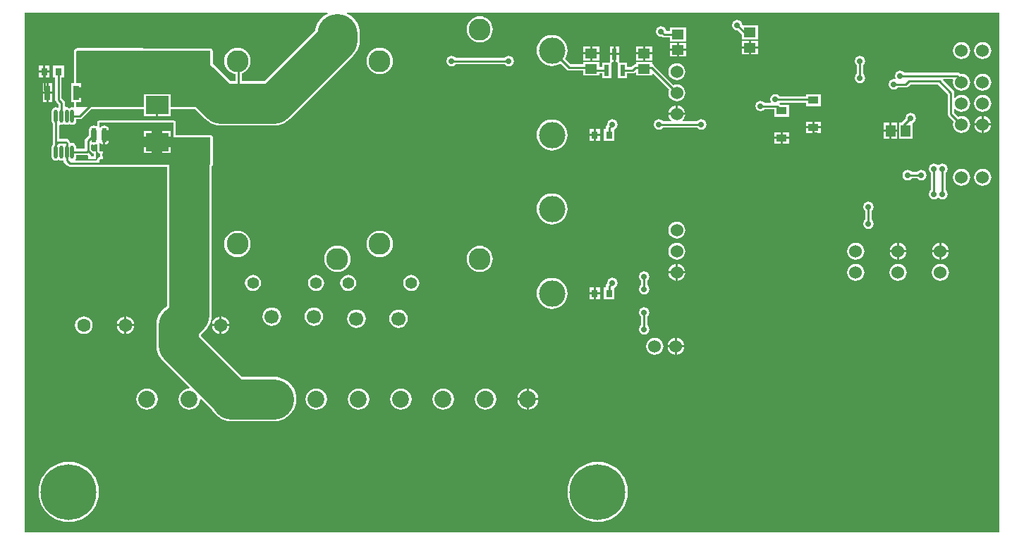
<source format=gbl>
G04 Layer_Physical_Order=2*
G04 Layer_Color=16711680*
%FSLAX24Y24*%
%MOIN*%
G70*
G01*
G75*
%ADD10R,0.0157X0.0157*%
%ADD12O,0.0236X0.0709*%
%ADD14R,0.0315X0.0374*%
%ADD19O,0.0177X0.0630*%
%ADD20R,0.1080X0.0850*%
%ADD21R,0.0256X0.0689*%
%ADD22C,0.0100*%
%ADD24C,0.1900*%
%ADD25C,0.1037*%
%ADD26C,0.0551*%
%ADD27C,0.0600*%
%ADD28C,0.0669*%
%ADD29C,0.0799*%
%ADD30C,0.1250*%
%ADD31C,0.0630*%
%ADD32C,0.0290*%
%ADD33C,0.2640*%
%ADD34R,0.0551X0.0453*%
%ADD35R,0.0236X0.0532*%
%ADD36R,0.0480X0.0358*%
%ADD37R,0.0453X0.0551*%
G36*
X7250Y18900D02*
X9000D01*
Y17600D01*
X3750D01*
Y17829D01*
X3774Y17869D01*
X3800Y17869D01*
X3953D01*
Y18227D01*
X3800D01*
X3774Y18227D01*
X3750Y18267D01*
Y18610D01*
X3800Y18625D01*
X3820Y18595D01*
X3892Y18547D01*
X3977Y18530D01*
X4063Y18547D01*
X4135Y18595D01*
X4183Y18667D01*
X4197Y18738D01*
X3977D01*
Y19238D01*
X4197D01*
X4183Y19310D01*
X4135Y19382D01*
X4063Y19430D01*
X3977Y19447D01*
X3892Y19430D01*
X3820Y19382D01*
X3800Y19351D01*
X3750Y19367D01*
Y19600D01*
X7250D01*
Y18900D01*
D02*
G37*
G36*
X9000Y22998D02*
X9000Y20318D01*
X7117Y20318D01*
Y20931D01*
X5838D01*
Y20318D01*
X2663Y20318D01*
Y20556D01*
X2885D01*
Y20750D01*
X2657D01*
Y21250D01*
X2885D01*
Y21444D01*
X2663D01*
X2663Y22969D01*
X2698Y23004D01*
X9000Y22998D01*
D02*
G37*
G36*
X46296Y204D02*
X204D01*
Y24796D01*
X14533D01*
X14543Y24747D01*
X14522Y24738D01*
X14381Y24652D01*
X14255Y24545D01*
X14148Y24419D01*
X14062Y24278D01*
X13998Y24125D01*
X13960Y23965D01*
X13958Y23948D01*
X11564Y21553D01*
X10486D01*
Y21921D01*
X10513Y21930D01*
X10621Y21987D01*
X10715Y22064D01*
X10793Y22159D01*
X10850Y22266D01*
X10885Y22383D01*
X10897Y22504D01*
X10885Y22625D01*
X10850Y22742D01*
X10793Y22849D01*
X10715Y22944D01*
X10621Y23021D01*
X10513Y23078D01*
X10397Y23114D01*
X10276Y23126D01*
X10154Y23114D01*
X10038Y23078D01*
X9930Y23021D01*
X9836Y22944D01*
X9759Y22849D01*
X9701Y22742D01*
X9666Y22625D01*
X9654Y22504D01*
X9666Y22383D01*
X9701Y22266D01*
X9759Y22159D01*
X9836Y22064D01*
X9930Y21987D01*
X10038Y21930D01*
X10154Y21894D01*
X10180Y21892D01*
Y21553D01*
X9936D01*
X9245Y22245D01*
X9119Y22352D01*
X9102Y22363D01*
Y22998D01*
X9098Y23017D01*
X9094Y23037D01*
X9094Y23037D01*
X9094Y23037D01*
X9083Y23054D01*
X9072Y23070D01*
X9072Y23070D01*
X9072Y23070D01*
X9056Y23081D01*
X9039Y23092D01*
X9039Y23092D01*
X9039Y23092D01*
X9020Y23096D01*
X9000Y23100D01*
X2698Y23106D01*
X2698Y23106D01*
X2698Y23106D01*
X2678Y23102D01*
X2659Y23099D01*
X2659Y23099D01*
X2659Y23099D01*
X2642Y23087D01*
X2626Y23077D01*
X2626Y23077D01*
X2626Y23077D01*
X2591Y23041D01*
X2591Y23041D01*
X2590Y23041D01*
X2579Y23025D01*
X2568Y23008D01*
X2568Y23008D01*
X2568Y23008D01*
X2564Y22989D01*
X2561Y22969D01*
X2561Y22969D01*
X2561Y22969D01*
X2561Y21444D01*
X2429D01*
Y20556D01*
X2561D01*
Y20340D01*
X2556Y20333D01*
X2522Y20306D01*
X2513Y20303D01*
X2461Y20313D01*
X2388Y20299D01*
X2333Y20262D01*
X2279Y20299D01*
X2205Y20313D01*
X2170Y20306D01*
X2120Y20346D01*
Y20511D01*
X2108Y20569D01*
X2075Y20619D01*
X1965Y20729D01*
Y21713D01*
X2070D01*
Y22287D01*
X1555D01*
Y21713D01*
X1659D01*
Y20665D01*
X1671Y20607D01*
X1704Y20557D01*
X1814Y20447D01*
Y20320D01*
X1775Y20299D01*
X1764Y20299D01*
X1694Y20313D01*
X1620Y20299D01*
X1558Y20257D01*
X1516Y20194D01*
X1501Y20121D01*
Y19668D01*
X1516Y19595D01*
X1541Y19558D01*
Y18539D01*
X1516Y18502D01*
X1501Y18428D01*
Y17975D01*
X1516Y17902D01*
X1558Y17839D01*
X1620Y17798D01*
X1694Y17783D01*
X1767Y17798D01*
X1822Y17834D01*
X1876Y17798D01*
X1950Y17783D01*
X2002Y17793D01*
X2035Y17784D01*
X2056Y17760D01*
X2064Y17721D01*
X2097Y17671D01*
X2228Y17540D01*
X2278Y17507D01*
X2337Y17495D01*
X3777D01*
X3792Y17498D01*
X6947D01*
Y10921D01*
X6863Y10837D01*
X6755Y10745D01*
X6648Y10619D01*
X6562Y10478D01*
X6498Y10325D01*
X6460Y10165D01*
X6447Y10000D01*
Y9050D01*
X6460Y8885D01*
X6498Y8725D01*
X6562Y8572D01*
X6648Y8431D01*
X6755Y8305D01*
X8012Y7049D01*
X7988Y7002D01*
X7870Y6987D01*
X7748Y6936D01*
X7644Y6856D01*
X7564Y6752D01*
X7513Y6630D01*
X7496Y6500D01*
X7513Y6370D01*
X7564Y6248D01*
X7644Y6144D01*
X7748Y6064D01*
X7870Y6013D01*
X8000Y5996D01*
X8130Y6013D01*
X8252Y6064D01*
X8356Y6144D01*
X8436Y6248D01*
X8487Y6370D01*
X8502Y6488D01*
X8549Y6512D01*
X9098Y5963D01*
X9148Y5881D01*
X9255Y5755D01*
X9381Y5648D01*
X9522Y5562D01*
X9675Y5498D01*
X9835Y5460D01*
X10000Y5447D01*
X12000D01*
X12165Y5460D01*
X12325Y5498D01*
X12478Y5562D01*
X12619Y5648D01*
X12745Y5755D01*
X12852Y5881D01*
X12938Y6022D01*
X13002Y6175D01*
X13040Y6335D01*
X13053Y6500D01*
X13040Y6665D01*
X13002Y6825D01*
X12938Y6978D01*
X12852Y7119D01*
X12745Y7245D01*
X12619Y7352D01*
X12478Y7438D01*
X12325Y7502D01*
X12165Y7540D01*
X12000Y7553D01*
X10486D01*
X8553Y9486D01*
Y9548D01*
X8745Y9739D01*
X8852Y9865D01*
X8938Y10006D01*
X9002Y10159D01*
X9040Y10319D01*
X9053Y10484D01*
Y17500D01*
X9052Y17515D01*
X9072Y17528D01*
X9094Y17561D01*
X9102Y17600D01*
Y18900D01*
X9094Y18939D01*
X9072Y18972D01*
X9039Y18994D01*
X9000Y19002D01*
X7352D01*
Y19600D01*
X7344Y19639D01*
X7322Y19672D01*
X7289Y19694D01*
X7250Y19702D01*
X3750D01*
X3711Y19694D01*
X3678Y19672D01*
X3656Y19639D01*
X3648Y19600D01*
Y19433D01*
X3598Y19406D01*
X3563Y19430D01*
X3477Y19447D01*
X3392Y19430D01*
X3320Y19382D01*
X3272Y19310D01*
X3255Y19224D01*
Y18982D01*
X3094Y18821D01*
X3061Y18771D01*
X3049Y18713D01*
Y18355D01*
X2654D01*
Y18428D01*
X2639Y18502D01*
X2597Y18564D01*
X2535Y18606D01*
X2461Y18620D01*
X2408Y18610D01*
X2376Y18619D01*
X2354Y18643D01*
X2347Y18682D01*
X2314Y18732D01*
X2271Y18775D01*
X2221Y18808D01*
X2163Y18819D01*
X1847D01*
Y19455D01*
X1897Y19486D01*
X1950Y19476D01*
X2023Y19490D01*
X2077Y19527D01*
X2132Y19490D01*
X2205Y19476D01*
X2279Y19490D01*
X2333Y19527D01*
X2388Y19490D01*
X2461Y19476D01*
X2535Y19490D01*
X2597Y19532D01*
X2639Y19595D01*
X2654Y19668D01*
Y19742D01*
X2824D01*
X2882Y19753D01*
X2932Y19786D01*
X3361Y20216D01*
X5838Y20216D01*
Y19881D01*
X6427D01*
Y20406D01*
X6527D01*
Y19881D01*
X7117D01*
Y20216D01*
X8295Y20216D01*
X8755Y19755D01*
X8881Y19648D01*
X9022Y19562D01*
X9175Y19498D01*
X9335Y19460D01*
X9500Y19447D01*
X12000D01*
X12165Y19460D01*
X12325Y19498D01*
X12478Y19562D01*
X12619Y19648D01*
X12745Y19755D01*
X15745Y22755D01*
X15852Y22881D01*
X15938Y23022D01*
X16002Y23175D01*
X16040Y23335D01*
X16053Y23500D01*
Y23800D01*
X16040Y23965D01*
X16002Y24125D01*
X15938Y24278D01*
X15852Y24419D01*
X15745Y24545D01*
X15619Y24652D01*
X15478Y24738D01*
X15457Y24747D01*
X15467Y24796D01*
X46296D01*
Y204D01*
D02*
G37*
G36*
X3648Y18544D02*
Y18267D01*
X3650Y18259D01*
X3649Y18251D01*
X3653Y18240D01*
X3656Y18228D01*
X3660Y18221D01*
X3663Y18214D01*
X3687Y18174D01*
X3695Y18165D01*
X3702Y18155D01*
X3709Y18150D01*
X3714Y18144D01*
X3725Y18139D01*
X3735Y18133D01*
X3743Y18131D01*
X3750Y18128D01*
X3762Y18127D01*
X3774Y18125D01*
X3774D01*
Y17971D01*
X3774D01*
X3762Y17969D01*
X3750Y17968D01*
X3743Y17965D01*
X3735Y17963D01*
X3725Y17957D01*
X3714Y17952D01*
X3709Y17946D01*
X3702Y17941D01*
X3695Y17931D01*
X3687Y17922D01*
X3663Y17882D01*
X3660Y17875D01*
X3656Y17868D01*
X3653Y17856D01*
X3649Y17845D01*
X3615Y17801D01*
X2623D01*
X2605Y17851D01*
X2639Y17902D01*
X2654Y17975D01*
Y18049D01*
X3155D01*
X3180Y18054D01*
X3223Y18010D01*
Y17869D01*
X3581D01*
Y18227D01*
X3439D01*
X3355Y18311D01*
Y18516D01*
X3405Y18544D01*
X3477Y18530D01*
X3563Y18547D01*
X3598Y18570D01*
X3648Y18544D01*
D02*
G37*
%LPC*%
G36*
X21724Y13752D02*
X21603Y13740D01*
X21486Y13704D01*
X21379Y13647D01*
X21285Y13570D01*
X21207Y13475D01*
X21150Y13368D01*
X21115Y13251D01*
X21103Y13130D01*
X21115Y13009D01*
X21150Y12892D01*
X21207Y12785D01*
X21285Y12690D01*
X21379Y12613D01*
X21486Y12556D01*
X21603Y12520D01*
X21724Y12508D01*
X21846Y12520D01*
X21962Y12556D01*
X22070Y12613D01*
X22164Y12690D01*
X22241Y12785D01*
X22299Y12892D01*
X22334Y13009D01*
X22346Y13130D01*
X22334Y13251D01*
X22299Y13368D01*
X22241Y13475D01*
X22164Y13570D01*
X22070Y13647D01*
X21962Y13704D01*
X21846Y13740D01*
X21724Y13752D01*
D02*
G37*
G36*
X31440Y12450D02*
X31093D01*
Y12103D01*
X31148Y12110D01*
X31245Y12151D01*
X31329Y12215D01*
X31393Y12298D01*
X31433Y12396D01*
X31440Y12450D01*
D02*
G37*
G36*
X30993D02*
X30646D01*
X30654Y12396D01*
X30694Y12298D01*
X30758Y12215D01*
X30842Y12151D01*
X30939Y12110D01*
X30993Y12103D01*
Y12450D01*
D02*
G37*
G36*
X15000Y13756D02*
X14879Y13744D01*
X14762Y13708D01*
X14655Y13651D01*
X14560Y13573D01*
X14483Y13479D01*
X14426Y13372D01*
X14390Y13255D01*
X14378Y13134D01*
X14390Y13013D01*
X14426Y12896D01*
X14483Y12788D01*
X14560Y12694D01*
X14655Y12617D01*
X14762Y12559D01*
X14879Y12524D01*
X15000Y12512D01*
X15121Y12524D01*
X15238Y12559D01*
X15345Y12617D01*
X15440Y12694D01*
X15517Y12788D01*
X15574Y12896D01*
X15610Y13013D01*
X15622Y13134D01*
X15610Y13255D01*
X15574Y13372D01*
X15517Y13479D01*
X15440Y13573D01*
X15345Y13651D01*
X15238Y13708D01*
X15121Y13744D01*
X15000Y13756D01*
D02*
G37*
G36*
X30993Y12897D02*
X30939Y12890D01*
X30842Y12849D01*
X30758Y12785D01*
X30694Y12702D01*
X30654Y12604D01*
X30646Y12550D01*
X30993D01*
Y12897D01*
D02*
G37*
G36*
X31093D02*
Y12550D01*
X31440D01*
X31433Y12604D01*
X31393Y12702D01*
X31329Y12785D01*
X31245Y12849D01*
X31148Y12890D01*
X31093Y12897D01*
D02*
G37*
G36*
X31043Y13903D02*
X30939Y13890D01*
X30842Y13849D01*
X30758Y13785D01*
X30694Y13702D01*
X30654Y13604D01*
X30640Y13500D01*
X30654Y13396D01*
X30694Y13298D01*
X30758Y13215D01*
X30842Y13151D01*
X30939Y13110D01*
X31043Y13097D01*
X31148Y13110D01*
X31245Y13151D01*
X31329Y13215D01*
X31393Y13298D01*
X31433Y13396D01*
X31447Y13500D01*
X31433Y13604D01*
X31393Y13702D01*
X31329Y13785D01*
X31245Y13849D01*
X31148Y13890D01*
X31043Y13903D01*
D02*
G37*
G36*
X43500Y12903D02*
X43396Y12890D01*
X43298Y12849D01*
X43215Y12785D01*
X43151Y12702D01*
X43110Y12604D01*
X43097Y12500D01*
X43110Y12396D01*
X43151Y12298D01*
X43215Y12215D01*
X43298Y12151D01*
X43396Y12110D01*
X43500Y12097D01*
X43604Y12110D01*
X43702Y12151D01*
X43785Y12215D01*
X43849Y12298D01*
X43890Y12396D01*
X43903Y12500D01*
X43890Y12604D01*
X43849Y12702D01*
X43785Y12785D01*
X43702Y12849D01*
X43604Y12890D01*
X43500Y12903D01*
D02*
G37*
G36*
X13996Y12379D02*
X13898Y12366D01*
X13807Y12328D01*
X13728Y12268D01*
X13668Y12189D01*
X13630Y12098D01*
X13617Y12000D01*
X13630Y11902D01*
X13668Y11811D01*
X13728Y11732D01*
X13807Y11672D01*
X13898Y11634D01*
X13996Y11621D01*
X14094Y11634D01*
X14185Y11672D01*
X14264Y11732D01*
X14324Y11811D01*
X14362Y11902D01*
X14375Y12000D01*
X14362Y12098D01*
X14324Y12189D01*
X14264Y12268D01*
X14185Y12328D01*
X14094Y12366D01*
X13996Y12379D01*
D02*
G37*
G36*
X11004D02*
X10906Y12366D01*
X10815Y12328D01*
X10736Y12268D01*
X10676Y12189D01*
X10638Y12098D01*
X10625Y12000D01*
X10638Y11902D01*
X10676Y11811D01*
X10736Y11732D01*
X10815Y11672D01*
X10906Y11634D01*
X11004Y11621D01*
X11102Y11634D01*
X11193Y11672D01*
X11272Y11732D01*
X11332Y11811D01*
X11370Y11902D01*
X11383Y12000D01*
X11370Y12098D01*
X11332Y12189D01*
X11272Y12268D01*
X11193Y12328D01*
X11102Y12366D01*
X11004Y12379D01*
D02*
G37*
G36*
X27423Y11787D02*
X27215D01*
Y11550D01*
X27423D01*
Y11787D01*
D02*
G37*
G36*
X15504Y12379D02*
X15406Y12366D01*
X15315Y12328D01*
X15236Y12268D01*
X15176Y12189D01*
X15138Y12098D01*
X15125Y12000D01*
X15138Y11902D01*
X15176Y11811D01*
X15236Y11732D01*
X15315Y11672D01*
X15406Y11634D01*
X15504Y11621D01*
X15602Y11634D01*
X15693Y11672D01*
X15772Y11732D01*
X15832Y11811D01*
X15870Y11902D01*
X15883Y12000D01*
X15870Y12098D01*
X15832Y12189D01*
X15772Y12268D01*
X15693Y12328D01*
X15602Y12366D01*
X15504Y12379D01*
D02*
G37*
G36*
X41500Y12903D02*
X41396Y12890D01*
X41298Y12849D01*
X41215Y12785D01*
X41151Y12702D01*
X41110Y12604D01*
X41097Y12500D01*
X41110Y12396D01*
X41151Y12298D01*
X41215Y12215D01*
X41298Y12151D01*
X41396Y12110D01*
X41500Y12097D01*
X41604Y12110D01*
X41702Y12151D01*
X41785Y12215D01*
X41849Y12298D01*
X41890Y12396D01*
X41903Y12500D01*
X41890Y12604D01*
X41849Y12702D01*
X41785Y12785D01*
X41702Y12849D01*
X41604Y12890D01*
X41500Y12903D01*
D02*
G37*
G36*
X39500D02*
X39396Y12890D01*
X39298Y12849D01*
X39215Y12785D01*
X39151Y12702D01*
X39110Y12604D01*
X39097Y12500D01*
X39110Y12396D01*
X39151Y12298D01*
X39215Y12215D01*
X39298Y12151D01*
X39396Y12110D01*
X39500Y12097D01*
X39604Y12110D01*
X39702Y12151D01*
X39785Y12215D01*
X39849Y12298D01*
X39890Y12396D01*
X39903Y12500D01*
X39890Y12604D01*
X39849Y12702D01*
X39785Y12785D01*
X39702Y12849D01*
X39604Y12890D01*
X39500Y12903D01*
D02*
G37*
G36*
X18496Y12379D02*
X18398Y12366D01*
X18307Y12328D01*
X18228Y12268D01*
X18168Y12189D01*
X18130Y12098D01*
X18117Y12000D01*
X18130Y11902D01*
X18168Y11811D01*
X18228Y11732D01*
X18307Y11672D01*
X18398Y11634D01*
X18496Y11621D01*
X18594Y11634D01*
X18685Y11672D01*
X18764Y11732D01*
X18824Y11811D01*
X18862Y11902D01*
X18875Y12000D01*
X18862Y12098D01*
X18824Y12189D01*
X18764Y12268D01*
X18685Y12328D01*
X18594Y12366D01*
X18496Y12379D01*
D02*
G37*
G36*
X39500Y13903D02*
X39396Y13890D01*
X39298Y13849D01*
X39215Y13785D01*
X39151Y13702D01*
X39110Y13604D01*
X39097Y13500D01*
X39110Y13396D01*
X39151Y13298D01*
X39215Y13215D01*
X39298Y13151D01*
X39396Y13110D01*
X39500Y13097D01*
X39604Y13110D01*
X39702Y13151D01*
X39785Y13215D01*
X39849Y13298D01*
X39890Y13396D01*
X39903Y13500D01*
X39890Y13604D01*
X39849Y13702D01*
X39785Y13785D01*
X39702Y13849D01*
X39604Y13890D01*
X39500Y13903D01*
D02*
G37*
G36*
X40100Y15850D02*
X40004Y15831D01*
X39923Y15777D01*
X39869Y15696D01*
X39850Y15600D01*
X39869Y15504D01*
X39923Y15423D01*
X39947Y15408D01*
Y14992D01*
X39923Y14977D01*
X39869Y14896D01*
X39850Y14800D01*
X39869Y14704D01*
X39923Y14623D01*
X40004Y14569D01*
X40100Y14550D01*
X40196Y14569D01*
X40277Y14623D01*
X40331Y14704D01*
X40350Y14800D01*
X40331Y14896D01*
X40277Y14977D01*
X40253Y14992D01*
Y15408D01*
X40277Y15423D01*
X40331Y15504D01*
X40350Y15600D01*
X40331Y15696D01*
X40277Y15777D01*
X40196Y15831D01*
X40100Y15850D01*
D02*
G37*
G36*
X25143Y16229D02*
X25001Y16215D01*
X24865Y16173D01*
X24739Y16106D01*
X24628Y16015D01*
X24538Y15905D01*
X24470Y15779D01*
X24429Y15642D01*
X24415Y15500D01*
X24429Y15358D01*
X24470Y15221D01*
X24538Y15095D01*
X24628Y14985D01*
X24739Y14894D01*
X24865Y14827D01*
X25001Y14785D01*
X25143Y14771D01*
X25285Y14785D01*
X25422Y14827D01*
X25548Y14894D01*
X25658Y14985D01*
X25749Y15095D01*
X25816Y15221D01*
X25858Y15358D01*
X25872Y15500D01*
X25858Y15642D01*
X25816Y15779D01*
X25749Y15905D01*
X25658Y16015D01*
X25548Y16106D01*
X25422Y16173D01*
X25285Y16215D01*
X25143Y16229D01*
D02*
G37*
G36*
X43550Y13897D02*
Y13550D01*
X43897D01*
X43890Y13604D01*
X43849Y13702D01*
X43785Y13785D01*
X43702Y13849D01*
X43604Y13890D01*
X43550Y13897D01*
D02*
G37*
G36*
X31043Y14903D02*
X30939Y14890D01*
X30842Y14849D01*
X30758Y14785D01*
X30694Y14702D01*
X30654Y14604D01*
X30640Y14500D01*
X30654Y14396D01*
X30694Y14298D01*
X30758Y14215D01*
X30842Y14151D01*
X30939Y14110D01*
X31043Y14097D01*
X31148Y14110D01*
X31245Y14151D01*
X31329Y14215D01*
X31393Y14298D01*
X31433Y14396D01*
X31447Y14500D01*
X31433Y14604D01*
X31393Y14702D01*
X31329Y14785D01*
X31245Y14849D01*
X31148Y14890D01*
X31043Y14903D01*
D02*
G37*
G36*
X42600Y17350D02*
X42504Y17331D01*
X42423Y17277D01*
X42408Y17253D01*
X42152D01*
X42136Y17277D01*
X42055Y17331D01*
X41960Y17350D01*
X41864Y17331D01*
X41783Y17277D01*
X41729Y17196D01*
X41710Y17100D01*
X41729Y17004D01*
X41783Y16923D01*
X41864Y16869D01*
X41960Y16850D01*
X42055Y16869D01*
X42136Y16923D01*
X42152Y16947D01*
X42408D01*
X42423Y16923D01*
X42504Y16869D01*
X42600Y16850D01*
X42696Y16869D01*
X42777Y16923D01*
X42831Y17004D01*
X42850Y17100D01*
X42831Y17196D01*
X42777Y17277D01*
X42696Y17331D01*
X42600Y17350D01*
D02*
G37*
G36*
X43600Y17650D02*
X43504Y17631D01*
X43433Y17583D01*
X43400Y17579D01*
X43367Y17583D01*
X43296Y17631D01*
X43200Y17650D01*
X43104Y17631D01*
X43023Y17577D01*
X42969Y17496D01*
X42950Y17400D01*
X42969Y17304D01*
X43023Y17223D01*
X43047Y17208D01*
Y16392D01*
X43023Y16377D01*
X42969Y16296D01*
X42950Y16200D01*
X42969Y16104D01*
X43023Y16023D01*
X43104Y15969D01*
X43200Y15950D01*
X43296Y15969D01*
X43367Y16017D01*
X43400Y16021D01*
X43433Y16017D01*
X43504Y15969D01*
X43600Y15950D01*
X43696Y15969D01*
X43777Y16023D01*
X43831Y16104D01*
X43850Y16200D01*
X43831Y16296D01*
X43777Y16377D01*
X43753Y16392D01*
Y17208D01*
X43777Y17223D01*
X43831Y17304D01*
X43850Y17400D01*
X43831Y17496D01*
X43777Y17577D01*
X43696Y17631D01*
X43600Y17650D01*
D02*
G37*
G36*
X44500Y17403D02*
X44396Y17390D01*
X44298Y17349D01*
X44215Y17285D01*
X44151Y17202D01*
X44110Y17104D01*
X44097Y17000D01*
X44110Y16896D01*
X44151Y16798D01*
X44215Y16715D01*
X44298Y16651D01*
X44396Y16610D01*
X44500Y16597D01*
X44604Y16610D01*
X44702Y16651D01*
X44785Y16715D01*
X44849Y16798D01*
X44890Y16896D01*
X44903Y17000D01*
X44890Y17104D01*
X44849Y17202D01*
X44785Y17285D01*
X44702Y17349D01*
X44604Y17390D01*
X44500Y17403D01*
D02*
G37*
G36*
X45500D02*
X45396Y17390D01*
X45298Y17349D01*
X45215Y17285D01*
X45151Y17202D01*
X45110Y17104D01*
X45097Y17000D01*
X45110Y16896D01*
X45151Y16798D01*
X45215Y16715D01*
X45298Y16651D01*
X45396Y16610D01*
X45500Y16597D01*
X45604Y16610D01*
X45702Y16651D01*
X45785Y16715D01*
X45849Y16798D01*
X45890Y16896D01*
X45903Y17000D01*
X45890Y17104D01*
X45849Y17202D01*
X45785Y17285D01*
X45702Y17349D01*
X45604Y17390D01*
X45500Y17403D01*
D02*
G37*
G36*
X41550Y13897D02*
Y13550D01*
X41897D01*
X41890Y13604D01*
X41849Y13702D01*
X41785Y13785D01*
X41702Y13849D01*
X41604Y13890D01*
X41550Y13897D01*
D02*
G37*
G36*
X41897Y13450D02*
X41550D01*
Y13103D01*
X41604Y13110D01*
X41702Y13151D01*
X41785Y13215D01*
X41849Y13298D01*
X41890Y13396D01*
X41897Y13450D01*
D02*
G37*
G36*
X43897D02*
X43550D01*
Y13103D01*
X43604Y13110D01*
X43702Y13151D01*
X43785Y13215D01*
X43849Y13298D01*
X43890Y13396D01*
X43897Y13450D01*
D02*
G37*
G36*
X41450D02*
X41103D01*
X41110Y13396D01*
X41151Y13298D01*
X41215Y13215D01*
X41298Y13151D01*
X41396Y13110D01*
X41450Y13103D01*
Y13450D01*
D02*
G37*
G36*
X43450D02*
X43103D01*
X43110Y13396D01*
X43151Y13298D01*
X43215Y13215D01*
X43298Y13151D01*
X43396Y13110D01*
X43450Y13103D01*
Y13450D01*
D02*
G37*
G36*
X41450Y13897D02*
X41396Y13890D01*
X41298Y13849D01*
X41215Y13785D01*
X41151Y13702D01*
X41110Y13604D01*
X41103Y13550D01*
X41450D01*
Y13897D01*
D02*
G37*
G36*
X43450D02*
X43396Y13890D01*
X43298Y13849D01*
X43215Y13785D01*
X43151Y13702D01*
X43110Y13604D01*
X43103Y13550D01*
X43450D01*
Y13897D01*
D02*
G37*
G36*
X17000Y14460D02*
X16879Y14448D01*
X16762Y14413D01*
X16655Y14355D01*
X16560Y14278D01*
X16483Y14184D01*
X16426Y14076D01*
X16390Y13960D01*
X16378Y13839D01*
X16390Y13717D01*
X16426Y13601D01*
X16483Y13493D01*
X16560Y13399D01*
X16655Y13322D01*
X16762Y13264D01*
X16879Y13229D01*
X17000Y13217D01*
X17121Y13229D01*
X17238Y13264D01*
X17345Y13322D01*
X17440Y13399D01*
X17517Y13493D01*
X17574Y13601D01*
X17610Y13717D01*
X17622Y13839D01*
X17610Y13960D01*
X17574Y14076D01*
X17517Y14184D01*
X17440Y14278D01*
X17345Y14355D01*
X17238Y14413D01*
X17121Y14448D01*
X17000Y14460D01*
D02*
G37*
G36*
X10276Y14464D02*
X10154Y14452D01*
X10038Y14417D01*
X9930Y14359D01*
X9836Y14282D01*
X9759Y14188D01*
X9701Y14080D01*
X9666Y13964D01*
X9654Y13843D01*
X9666Y13721D01*
X9701Y13605D01*
X9759Y13497D01*
X9836Y13403D01*
X9930Y13326D01*
X10038Y13268D01*
X10154Y13233D01*
X10276Y13221D01*
X10397Y13233D01*
X10513Y13268D01*
X10621Y13326D01*
X10715Y13403D01*
X10793Y13497D01*
X10850Y13605D01*
X10885Y13721D01*
X10897Y13843D01*
X10885Y13964D01*
X10850Y14080D01*
X10793Y14188D01*
X10715Y14282D01*
X10621Y14359D01*
X10513Y14417D01*
X10397Y14452D01*
X10276Y14464D01*
D02*
G37*
G36*
X27115Y11787D02*
X26908D01*
Y11550D01*
X27115D01*
Y11787D01*
D02*
G37*
G36*
X24050Y6997D02*
Y6550D01*
X24497D01*
X24487Y6630D01*
X24436Y6752D01*
X24356Y6856D01*
X24252Y6936D01*
X24130Y6987D01*
X24050Y6997D01*
D02*
G37*
G36*
X30000Y9403D02*
X29896Y9390D01*
X29798Y9349D01*
X29715Y9285D01*
X29651Y9202D01*
X29610Y9104D01*
X29597Y9000D01*
X29610Y8896D01*
X29651Y8798D01*
X29715Y8715D01*
X29798Y8651D01*
X29896Y8610D01*
X30000Y8597D01*
X30104Y8610D01*
X30202Y8651D01*
X30285Y8715D01*
X30349Y8798D01*
X30390Y8896D01*
X30403Y9000D01*
X30390Y9104D01*
X30349Y9202D01*
X30285Y9285D01*
X30202Y9349D01*
X30104Y9390D01*
X30000Y9403D01*
D02*
G37*
G36*
X24497Y6450D02*
X24050D01*
Y6003D01*
X24130Y6013D01*
X24252Y6064D01*
X24356Y6144D01*
X24436Y6248D01*
X24487Y6370D01*
X24497Y6450D01*
D02*
G37*
G36*
X23950Y6997D02*
X23870Y6987D01*
X23748Y6936D01*
X23644Y6856D01*
X23564Y6752D01*
X23513Y6630D01*
X23503Y6550D01*
X23950D01*
Y6997D01*
D02*
G37*
G36*
X30950Y8950D02*
X30603D01*
X30610Y8896D01*
X30651Y8798D01*
X30715Y8715D01*
X30798Y8651D01*
X30896Y8610D01*
X30950Y8603D01*
Y8950D01*
D02*
G37*
G36*
X31050Y9397D02*
Y9050D01*
X31397D01*
X31390Y9104D01*
X31349Y9202D01*
X31285Y9285D01*
X31202Y9349D01*
X31104Y9390D01*
X31050Y9397D01*
D02*
G37*
G36*
X29500Y10850D02*
X29404Y10831D01*
X29323Y10777D01*
X29269Y10696D01*
X29250Y10600D01*
X29269Y10504D01*
X29323Y10423D01*
X29347Y10408D01*
Y9992D01*
X29323Y9977D01*
X29269Y9896D01*
X29250Y9800D01*
X29269Y9704D01*
X29323Y9623D01*
X29404Y9569D01*
X29500Y9550D01*
X29596Y9569D01*
X29677Y9623D01*
X29731Y9704D01*
X29750Y9800D01*
X29731Y9896D01*
X29677Y9977D01*
X29653Y9992D01*
Y10408D01*
X29677Y10423D01*
X29731Y10504D01*
X29750Y10600D01*
X29731Y10696D01*
X29677Y10777D01*
X29596Y10831D01*
X29500Y10850D01*
D02*
G37*
G36*
X31397Y8950D02*
X31050D01*
Y8603D01*
X31104Y8610D01*
X31202Y8651D01*
X31285Y8715D01*
X31349Y8798D01*
X31390Y8896D01*
X31397Y8950D01*
D02*
G37*
G36*
X30950Y9397D02*
X30896Y9390D01*
X30798Y9349D01*
X30715Y9285D01*
X30651Y9202D01*
X30610Y9104D01*
X30603Y9050D01*
X30950D01*
Y9397D01*
D02*
G37*
G36*
X6000Y7004D02*
X5870Y6987D01*
X5748Y6936D01*
X5644Y6856D01*
X5564Y6752D01*
X5513Y6630D01*
X5496Y6500D01*
X5513Y6370D01*
X5564Y6248D01*
X5644Y6144D01*
X5748Y6064D01*
X5870Y6013D01*
X6000Y5996D01*
X6130Y6013D01*
X6252Y6064D01*
X6356Y6144D01*
X6436Y6248D01*
X6487Y6370D01*
X6504Y6500D01*
X6487Y6630D01*
X6436Y6752D01*
X6356Y6856D01*
X6252Y6936D01*
X6130Y6987D01*
X6000Y7004D01*
D02*
G37*
G36*
X14000D02*
X13870Y6987D01*
X13748Y6936D01*
X13644Y6856D01*
X13564Y6752D01*
X13513Y6630D01*
X13496Y6500D01*
X13513Y6370D01*
X13564Y6248D01*
X13644Y6144D01*
X13748Y6064D01*
X13870Y6013D01*
X14000Y5996D01*
X14130Y6013D01*
X14252Y6064D01*
X14356Y6144D01*
X14436Y6248D01*
X14487Y6370D01*
X14504Y6500D01*
X14487Y6630D01*
X14436Y6752D01*
X14356Y6856D01*
X14252Y6936D01*
X14130Y6987D01*
X14000Y7004D01*
D02*
G37*
G36*
X2300Y3524D02*
X2077Y3507D01*
X1860Y3455D01*
X1653Y3369D01*
X1463Y3252D01*
X1293Y3107D01*
X1148Y2937D01*
X1031Y2747D01*
X945Y2540D01*
X893Y2323D01*
X876Y2100D01*
X893Y1877D01*
X945Y1660D01*
X1031Y1453D01*
X1148Y1263D01*
X1293Y1093D01*
X1463Y948D01*
X1653Y831D01*
X1860Y745D01*
X2077Y693D01*
X2300Y676D01*
X2523Y693D01*
X2740Y745D01*
X2947Y831D01*
X3137Y948D01*
X3307Y1093D01*
X3452Y1263D01*
X3569Y1453D01*
X3655Y1660D01*
X3707Y1877D01*
X3724Y2100D01*
X3707Y2323D01*
X3655Y2540D01*
X3569Y2747D01*
X3452Y2937D01*
X3307Y3107D01*
X3137Y3252D01*
X2947Y3369D01*
X2740Y3455D01*
X2523Y3507D01*
X2300Y3524D01*
D02*
G37*
G36*
X27300D02*
X27077Y3507D01*
X26860Y3455D01*
X26653Y3369D01*
X26463Y3252D01*
X26293Y3107D01*
X26148Y2937D01*
X26031Y2747D01*
X25945Y2540D01*
X25893Y2323D01*
X25876Y2100D01*
X25893Y1877D01*
X25945Y1660D01*
X26031Y1453D01*
X26148Y1263D01*
X26293Y1093D01*
X26463Y948D01*
X26653Y831D01*
X26860Y745D01*
X27077Y693D01*
X27300Y676D01*
X27523Y693D01*
X27740Y745D01*
X27947Y831D01*
X28137Y948D01*
X28307Y1093D01*
X28452Y1263D01*
X28569Y1453D01*
X28655Y1660D01*
X28707Y1877D01*
X28724Y2100D01*
X28707Y2323D01*
X28655Y2540D01*
X28569Y2747D01*
X28452Y2937D01*
X28307Y3107D01*
X28137Y3252D01*
X27947Y3369D01*
X27740Y3455D01*
X27523Y3507D01*
X27300Y3524D01*
D02*
G37*
G36*
X16000Y7004D02*
X15870Y6987D01*
X15748Y6936D01*
X15644Y6856D01*
X15564Y6752D01*
X15513Y6630D01*
X15496Y6500D01*
X15513Y6370D01*
X15564Y6248D01*
X15644Y6144D01*
X15748Y6064D01*
X15870Y6013D01*
X16000Y5996D01*
X16130Y6013D01*
X16252Y6064D01*
X16356Y6144D01*
X16436Y6248D01*
X16487Y6370D01*
X16504Y6500D01*
X16487Y6630D01*
X16436Y6752D01*
X16356Y6856D01*
X16252Y6936D01*
X16130Y6987D01*
X16000Y7004D01*
D02*
G37*
G36*
X22000D02*
X21870Y6987D01*
X21748Y6936D01*
X21644Y6856D01*
X21564Y6752D01*
X21513Y6630D01*
X21496Y6500D01*
X21513Y6370D01*
X21564Y6248D01*
X21644Y6144D01*
X21748Y6064D01*
X21870Y6013D01*
X22000Y5996D01*
X22130Y6013D01*
X22252Y6064D01*
X22356Y6144D01*
X22436Y6248D01*
X22487Y6370D01*
X22504Y6500D01*
X22487Y6630D01*
X22436Y6752D01*
X22356Y6856D01*
X22252Y6936D01*
X22130Y6987D01*
X22000Y7004D01*
D02*
G37*
G36*
X23950Y6450D02*
X23503D01*
X23513Y6370D01*
X23564Y6248D01*
X23644Y6144D01*
X23748Y6064D01*
X23870Y6013D01*
X23950Y6003D01*
Y6450D01*
D02*
G37*
G36*
X18000Y7004D02*
X17870Y6987D01*
X17748Y6936D01*
X17644Y6856D01*
X17564Y6752D01*
X17513Y6630D01*
X17496Y6500D01*
X17513Y6370D01*
X17564Y6248D01*
X17644Y6144D01*
X17748Y6064D01*
X17870Y6013D01*
X18000Y5996D01*
X18130Y6013D01*
X18252Y6064D01*
X18356Y6144D01*
X18436Y6248D01*
X18487Y6370D01*
X18504Y6500D01*
X18487Y6630D01*
X18436Y6752D01*
X18356Y6856D01*
X18252Y6936D01*
X18130Y6987D01*
X18000Y7004D01*
D02*
G37*
G36*
X20000D02*
X19870Y6987D01*
X19748Y6936D01*
X19644Y6856D01*
X19564Y6752D01*
X19513Y6630D01*
X19496Y6500D01*
X19513Y6370D01*
X19564Y6248D01*
X19644Y6144D01*
X19748Y6064D01*
X19870Y6013D01*
X20000Y5996D01*
X20130Y6013D01*
X20252Y6064D01*
X20356Y6144D01*
X20436Y6248D01*
X20487Y6370D01*
X20504Y6500D01*
X20487Y6630D01*
X20436Y6752D01*
X20356Y6856D01*
X20252Y6936D01*
X20130Y6987D01*
X20000Y7004D01*
D02*
G37*
G36*
X9434Y10412D02*
X9376Y10404D01*
X9275Y10362D01*
X9188Y10296D01*
X9122Y10209D01*
X9080Y10108D01*
X9072Y10050D01*
X9434D01*
Y10412D01*
D02*
G37*
G36*
X9534D02*
Y10050D01*
X9896D01*
X9889Y10108D01*
X9847Y10209D01*
X9780Y10296D01*
X9694Y10362D01*
X9593Y10404D01*
X9534Y10412D01*
D02*
G37*
G36*
X4934D02*
X4876Y10404D01*
X4775Y10362D01*
X4688Y10296D01*
X4622Y10209D01*
X4580Y10108D01*
X4572Y10050D01*
X4934D01*
Y10412D01*
D02*
G37*
G36*
X5034D02*
Y10050D01*
X5396D01*
X5389Y10108D01*
X5347Y10209D01*
X5280Y10296D01*
X5194Y10362D01*
X5093Y10404D01*
X5034Y10412D01*
D02*
G37*
G36*
X25143Y12229D02*
X25001Y12215D01*
X24865Y12173D01*
X24739Y12106D01*
X24628Y12015D01*
X24538Y11905D01*
X24470Y11779D01*
X24429Y11642D01*
X24415Y11500D01*
X24429Y11358D01*
X24470Y11221D01*
X24538Y11095D01*
X24628Y10985D01*
X24739Y10894D01*
X24865Y10827D01*
X25001Y10785D01*
X25143Y10771D01*
X25285Y10785D01*
X25422Y10827D01*
X25548Y10894D01*
X25658Y10985D01*
X25749Y11095D01*
X25816Y11221D01*
X25858Y11358D01*
X25872Y11500D01*
X25858Y11642D01*
X25816Y11779D01*
X25749Y11905D01*
X25658Y12015D01*
X25548Y12106D01*
X25422Y12173D01*
X25285Y12215D01*
X25143Y12229D01*
D02*
G37*
G36*
X28000Y12250D02*
X27904Y12231D01*
X27823Y12177D01*
X27769Y12096D01*
X27750Y12000D01*
X27756Y11972D01*
X27727Y11943D01*
X27693Y11893D01*
X27682Y11835D01*
Y11787D01*
X27577D01*
Y11213D01*
X28092D01*
Y11769D01*
X28096Y11769D01*
X28177Y11823D01*
X28231Y11904D01*
X28250Y12000D01*
X28231Y12096D01*
X28177Y12177D01*
X28096Y12231D01*
X28000Y12250D01*
D02*
G37*
G36*
X29500Y12550D02*
X29404Y12531D01*
X29323Y12477D01*
X29269Y12396D01*
X29250Y12300D01*
X29269Y12204D01*
X29323Y12123D01*
X29347Y12108D01*
Y11892D01*
X29323Y11877D01*
X29269Y11796D01*
X29250Y11700D01*
X29269Y11604D01*
X29323Y11523D01*
X29404Y11469D01*
X29500Y11450D01*
X29596Y11469D01*
X29677Y11523D01*
X29731Y11604D01*
X29750Y11700D01*
X29731Y11796D01*
X29677Y11877D01*
X29653Y11892D01*
Y12108D01*
X29677Y12123D01*
X29731Y12204D01*
X29750Y12300D01*
X29731Y12396D01*
X29677Y12477D01*
X29596Y12531D01*
X29500Y12550D01*
D02*
G37*
G36*
X27115Y11450D02*
X26908D01*
Y11213D01*
X27115D01*
Y11450D01*
D02*
G37*
G36*
X27423D02*
X27215D01*
Y11213D01*
X27423D01*
Y11450D01*
D02*
G37*
G36*
X5396Y9950D02*
X5034D01*
Y9588D01*
X5093Y9596D01*
X5194Y9638D01*
X5280Y9704D01*
X5347Y9791D01*
X5389Y9892D01*
X5396Y9950D01*
D02*
G37*
G36*
X9434D02*
X9072D01*
X9080Y9892D01*
X9122Y9791D01*
X9188Y9704D01*
X9275Y9638D01*
X9376Y9596D01*
X9434Y9588D01*
Y9950D01*
D02*
G37*
G36*
X3016Y10419D02*
X2907Y10404D01*
X2806Y10362D01*
X2720Y10296D01*
X2653Y10209D01*
X2611Y10108D01*
X2597Y10000D01*
X2611Y9892D01*
X2653Y9791D01*
X2720Y9704D01*
X2806Y9638D01*
X2907Y9596D01*
X3016Y9581D01*
X3124Y9596D01*
X3225Y9638D01*
X3312Y9704D01*
X3378Y9791D01*
X3420Y9892D01*
X3434Y10000D01*
X3420Y10108D01*
X3378Y10209D01*
X3312Y10296D01*
X3225Y10362D01*
X3124Y10404D01*
X3016Y10419D01*
D02*
G37*
G36*
X4934Y9950D02*
X4572D01*
X4580Y9892D01*
X4622Y9791D01*
X4688Y9704D01*
X4775Y9638D01*
X4876Y9596D01*
X4934Y9588D01*
Y9950D01*
D02*
G37*
G36*
X9896D02*
X9534D01*
Y9588D01*
X9593Y9596D01*
X9694Y9638D01*
X9780Y9704D01*
X9847Y9791D01*
X9889Y9892D01*
X9896Y9950D01*
D02*
G37*
G36*
X11900Y10838D02*
X11787Y10823D01*
X11681Y10780D01*
X11590Y10710D01*
X11520Y10619D01*
X11477Y10513D01*
X11462Y10400D01*
X11477Y10287D01*
X11520Y10181D01*
X11590Y10090D01*
X11681Y10020D01*
X11787Y9977D01*
X11900Y9962D01*
X12013Y9977D01*
X12119Y10020D01*
X12210Y10090D01*
X12280Y10181D01*
X12323Y10287D01*
X12338Y10400D01*
X12323Y10513D01*
X12280Y10619D01*
X12210Y10710D01*
X12119Y10780D01*
X12013Y10823D01*
X11900Y10838D01*
D02*
G37*
G36*
X13888D02*
X13775Y10823D01*
X13669Y10780D01*
X13578Y10710D01*
X13509Y10619D01*
X13465Y10513D01*
X13450Y10400D01*
X13465Y10287D01*
X13509Y10181D01*
X13578Y10090D01*
X13669Y10020D01*
X13775Y9977D01*
X13888Y9962D01*
X14002Y9977D01*
X14107Y10020D01*
X14198Y10090D01*
X14268Y10181D01*
X14312Y10287D01*
X14327Y10400D01*
X14312Y10513D01*
X14268Y10619D01*
X14198Y10710D01*
X14107Y10780D01*
X14002Y10823D01*
X13888Y10838D01*
D02*
G37*
G36*
X15900Y10738D02*
X15787Y10723D01*
X15681Y10680D01*
X15590Y10610D01*
X15520Y10519D01*
X15477Y10413D01*
X15462Y10300D01*
X15477Y10187D01*
X15520Y10081D01*
X15590Y9990D01*
X15681Y9920D01*
X15787Y9877D01*
X15900Y9862D01*
X16013Y9877D01*
X16119Y9920D01*
X16210Y9990D01*
X16280Y10081D01*
X16323Y10187D01*
X16338Y10300D01*
X16323Y10413D01*
X16280Y10519D01*
X16210Y10610D01*
X16119Y10680D01*
X16013Y10723D01*
X15900Y10738D01*
D02*
G37*
G36*
X17888D02*
X17775Y10723D01*
X17669Y10680D01*
X17578Y10610D01*
X17509Y10519D01*
X17465Y10413D01*
X17450Y10300D01*
X17465Y10187D01*
X17509Y10081D01*
X17578Y9990D01*
X17669Y9920D01*
X17775Y9877D01*
X17888Y9862D01*
X18002Y9877D01*
X18107Y9920D01*
X18198Y9990D01*
X18268Y10081D01*
X18312Y10187D01*
X18327Y10300D01*
X18312Y10413D01*
X18268Y10519D01*
X18198Y10610D01*
X18107Y10680D01*
X18002Y10723D01*
X17888Y10738D01*
D02*
G37*
G36*
X6227Y18415D02*
X5838D01*
Y18140D01*
X6227D01*
Y18415D01*
D02*
G37*
G36*
X26950Y22814D02*
X26624D01*
Y22538D01*
X26950D01*
Y22814D01*
D02*
G37*
G36*
X27376D02*
X27050D01*
Y22538D01*
X27376D01*
Y22814D01*
D02*
G37*
G36*
X1093Y22287D02*
X885D01*
Y22050D01*
X1093D01*
Y22287D01*
D02*
G37*
G36*
X1400D02*
X1193D01*
Y22050D01*
X1400D01*
Y22287D01*
D02*
G37*
G36*
X44500Y23403D02*
X44396Y23390D01*
X44298Y23349D01*
X44215Y23285D01*
X44151Y23202D01*
X44110Y23104D01*
X44097Y23000D01*
X44110Y22896D01*
X44151Y22798D01*
X44215Y22715D01*
X44298Y22651D01*
X44396Y22610D01*
X44500Y22597D01*
X44604Y22610D01*
X44702Y22651D01*
X44785Y22715D01*
X44849Y22798D01*
X44890Y22896D01*
X44903Y23000D01*
X44890Y23104D01*
X44849Y23202D01*
X44785Y23285D01*
X44702Y23349D01*
X44604Y23390D01*
X44500Y23403D01*
D02*
G37*
G36*
X45500D02*
X45396Y23390D01*
X45298Y23349D01*
X45215Y23285D01*
X45151Y23202D01*
X45110Y23104D01*
X45097Y23000D01*
X45110Y22896D01*
X45151Y22798D01*
X45215Y22715D01*
X45298Y22651D01*
X45396Y22610D01*
X45500Y22597D01*
X45604Y22610D01*
X45702Y22651D01*
X45785Y22715D01*
X45849Y22798D01*
X45890Y22896D01*
X45903Y23000D01*
X45890Y23104D01*
X45849Y23202D01*
X45785Y23285D01*
X45702Y23349D01*
X45604Y23390D01*
X45500Y23403D01*
D02*
G37*
G36*
X29450Y22814D02*
X29124D01*
Y22538D01*
X29450D01*
Y22814D01*
D02*
G37*
G36*
X29876D02*
X29550D01*
Y22538D01*
X29876D01*
Y22814D01*
D02*
G37*
G36*
X17000Y23122D02*
X16879Y23110D01*
X16762Y23074D01*
X16655Y23017D01*
X16560Y22940D01*
X16483Y22845D01*
X16426Y22738D01*
X16390Y22621D01*
X16378Y22500D01*
X16390Y22379D01*
X16426Y22262D01*
X16483Y22155D01*
X16560Y22060D01*
X16655Y21983D01*
X16762Y21926D01*
X16879Y21890D01*
X17000Y21878D01*
X17121Y21890D01*
X17238Y21926D01*
X17345Y21983D01*
X17440Y22060D01*
X17517Y22155D01*
X17574Y22262D01*
X17610Y22379D01*
X17622Y22500D01*
X17610Y22621D01*
X17574Y22738D01*
X17517Y22845D01*
X17440Y22940D01*
X17345Y23017D01*
X17238Y23074D01*
X17121Y23110D01*
X17000Y23122D01*
D02*
G37*
G36*
X39700Y22750D02*
X39604Y22731D01*
X39523Y22677D01*
X39469Y22596D01*
X39450Y22500D01*
X39469Y22404D01*
X39523Y22323D01*
X39547Y22308D01*
Y21892D01*
X39523Y21877D01*
X39469Y21796D01*
X39450Y21700D01*
X39469Y21604D01*
X39523Y21523D01*
X39604Y21469D01*
X39700Y21450D01*
X39796Y21469D01*
X39877Y21523D01*
X39931Y21604D01*
X39950Y21700D01*
X39931Y21796D01*
X39877Y21877D01*
X39853Y21892D01*
Y22308D01*
X39877Y22323D01*
X39931Y22404D01*
X39950Y22500D01*
X39931Y22596D01*
X39877Y22677D01*
X39796Y22731D01*
X39700Y22750D01*
D02*
G37*
G36*
X31043Y22403D02*
X30939Y22390D01*
X30842Y22349D01*
X30758Y22285D01*
X30694Y22202D01*
X30654Y22104D01*
X30640Y22000D01*
X30654Y21896D01*
X30694Y21798D01*
X30758Y21715D01*
X30842Y21651D01*
X30939Y21610D01*
X31043Y21597D01*
X31148Y21610D01*
X31245Y21651D01*
X31329Y21715D01*
X31393Y21798D01*
X31433Y21896D01*
X31447Y22000D01*
X31433Y22104D01*
X31393Y22202D01*
X31329Y22285D01*
X31245Y22349D01*
X31148Y22390D01*
X31043Y22403D01*
D02*
G37*
G36*
X1526Y21444D02*
X1348D01*
Y21050D01*
X1526D01*
Y21444D01*
D02*
G37*
G36*
X45500Y21903D02*
X45396Y21890D01*
X45298Y21849D01*
X45215Y21785D01*
X45151Y21702D01*
X45110Y21604D01*
X45097Y21500D01*
X45110Y21396D01*
X45151Y21298D01*
X45215Y21215D01*
X45298Y21151D01*
X45396Y21110D01*
X45500Y21097D01*
X45604Y21110D01*
X45702Y21151D01*
X45785Y21215D01*
X45849Y21298D01*
X45890Y21396D01*
X45903Y21500D01*
X45890Y21604D01*
X45849Y21702D01*
X45785Y21785D01*
X45702Y21849D01*
X45604Y21890D01*
X45500Y21903D01*
D02*
G37*
G36*
X1093Y21950D02*
X885D01*
Y21713D01*
X1093D01*
Y21950D01*
D02*
G37*
G36*
X1400D02*
X1193D01*
Y21713D01*
X1400D01*
Y21950D01*
D02*
G37*
G36*
X41600Y22050D02*
X41504Y22031D01*
X41423Y21977D01*
X41369Y21896D01*
X41350Y21800D01*
X41369Y21704D01*
X41383Y21684D01*
X41353Y21639D01*
X41300Y21650D01*
X41204Y21631D01*
X41123Y21577D01*
X41069Y21496D01*
X41050Y21400D01*
X41069Y21304D01*
X41123Y21223D01*
X41204Y21169D01*
X41300Y21150D01*
X41396Y21169D01*
X41477Y21223D01*
X41492Y21247D01*
X41861D01*
X41919Y21259D01*
X41969Y21292D01*
X42079Y21402D01*
X43382D01*
X43847Y20937D01*
Y20000D01*
X43859Y19941D01*
X43892Y19892D01*
X44131Y19653D01*
X44110Y19604D01*
X44097Y19500D01*
X44110Y19396D01*
X44151Y19298D01*
X44215Y19215D01*
X44298Y19151D01*
X44396Y19110D01*
X44500Y19097D01*
X44604Y19110D01*
X44702Y19151D01*
X44785Y19215D01*
X44849Y19298D01*
X44890Y19396D01*
X44903Y19500D01*
X44890Y19604D01*
X44849Y19702D01*
X44785Y19785D01*
X44702Y19849D01*
X44604Y19890D01*
X44500Y19903D01*
X44396Y19890D01*
X44347Y19870D01*
X44153Y20063D01*
Y20217D01*
X44200Y20234D01*
X44215Y20215D01*
X44298Y20151D01*
X44396Y20110D01*
X44500Y20097D01*
X44604Y20110D01*
X44702Y20151D01*
X44785Y20215D01*
X44849Y20298D01*
X44890Y20396D01*
X44903Y20500D01*
X44890Y20604D01*
X44849Y20702D01*
X44785Y20785D01*
X44702Y20849D01*
X44604Y20890D01*
X44500Y20903D01*
X44396Y20890D01*
X44298Y20849D01*
X44215Y20785D01*
X44200Y20766D01*
X44153Y20783D01*
Y21000D01*
X44141Y21059D01*
X44108Y21108D01*
X43615Y21601D01*
X43635Y21647D01*
X44083D01*
X44101Y21620D01*
X44109Y21597D01*
X44097Y21500D01*
X44110Y21396D01*
X44151Y21298D01*
X44215Y21215D01*
X44298Y21151D01*
X44396Y21110D01*
X44500Y21097D01*
X44604Y21110D01*
X44702Y21151D01*
X44785Y21215D01*
X44849Y21298D01*
X44890Y21396D01*
X44903Y21500D01*
X44890Y21604D01*
X44849Y21702D01*
X44785Y21785D01*
X44702Y21849D01*
X44604Y21890D01*
X44500Y21903D01*
X44423Y21893D01*
X44408Y21908D01*
X44359Y21941D01*
X44300Y21953D01*
X41792D01*
X41777Y21977D01*
X41696Y22031D01*
X41600Y22050D01*
D02*
G37*
G36*
X25143Y23729D02*
X25001Y23715D01*
X24865Y23673D01*
X24739Y23606D01*
X24628Y23515D01*
X24538Y23405D01*
X24470Y23279D01*
X24429Y23142D01*
X24415Y23000D01*
X24429Y22858D01*
X24470Y22721D01*
X24538Y22595D01*
X24628Y22485D01*
X24739Y22394D01*
X24865Y22327D01*
X25001Y22285D01*
X25143Y22271D01*
X25285Y22285D01*
X25422Y22327D01*
X25538Y22389D01*
X25838Y22089D01*
X25888Y22056D01*
X25946Y22044D01*
X26624D01*
Y21809D01*
X27376D01*
Y21907D01*
X27508D01*
Y21694D01*
X27944D01*
Y22411D01*
X27944Y22425D01*
X27977Y22461D01*
X28050D01*
Y22777D01*
X27882D01*
Y22475D01*
X27882Y22461D01*
X27849Y22425D01*
X27508D01*
Y22212D01*
X27376D01*
Y22462D01*
X26624D01*
Y22350D01*
X26009D01*
X25754Y22605D01*
X25816Y22721D01*
X25858Y22858D01*
X25872Y23000D01*
X25858Y23142D01*
X25816Y23279D01*
X25749Y23405D01*
X25658Y23515D01*
X25548Y23606D01*
X25422Y23673D01*
X25285Y23715D01*
X25143Y23729D01*
D02*
G37*
G36*
X23100Y22750D02*
X23004Y22731D01*
X22923Y22677D01*
X22908Y22653D01*
X20592D01*
X20577Y22677D01*
X20496Y22731D01*
X20400Y22750D01*
X20304Y22731D01*
X20223Y22677D01*
X20169Y22596D01*
X20150Y22500D01*
X20169Y22404D01*
X20223Y22323D01*
X20304Y22269D01*
X20400Y22250D01*
X20496Y22269D01*
X20577Y22323D01*
X20592Y22347D01*
X22908D01*
X22923Y22323D01*
X23004Y22269D01*
X23100Y22250D01*
X23196Y22269D01*
X23277Y22323D01*
X23331Y22404D01*
X23350Y22500D01*
X23331Y22596D01*
X23277Y22677D01*
X23196Y22731D01*
X23100Y22750D01*
D02*
G37*
G36*
X31476Y23362D02*
X31150D01*
Y23086D01*
X31476D01*
Y23362D01*
D02*
G37*
G36*
X34450Y23462D02*
X34124D01*
Y23186D01*
X34450D01*
Y23462D01*
D02*
G37*
G36*
X29876Y23191D02*
X29550D01*
Y22914D01*
X29876D01*
Y23191D01*
D02*
G37*
G36*
X31050Y23362D02*
X30724D01*
Y23086D01*
X31050D01*
Y23362D01*
D02*
G37*
G36*
X30300Y24150D02*
X30204Y24131D01*
X30123Y24077D01*
X30069Y23996D01*
X30050Y23900D01*
X30069Y23804D01*
X30123Y23723D01*
X30204Y23669D01*
X30300Y23650D01*
X30328Y23656D01*
X30377Y23623D01*
X30436Y23611D01*
X30724D01*
Y23438D01*
X31476D01*
Y24091D01*
X30724D01*
Y23917D01*
X30546D01*
X30531Y23996D01*
X30477Y24077D01*
X30396Y24131D01*
X30300Y24150D01*
D02*
G37*
G36*
X33900Y24450D02*
X33804Y24431D01*
X33723Y24377D01*
X33669Y24296D01*
X33650Y24200D01*
X33669Y24104D01*
X33723Y24023D01*
X33804Y23969D01*
X33900Y23950D01*
X33928Y23956D01*
X34124Y23759D01*
Y23538D01*
X34876D01*
Y24191D01*
X34158D01*
X34150Y24200D01*
X34131Y24296D01*
X34077Y24377D01*
X33996Y24431D01*
X33900Y24450D01*
D02*
G37*
G36*
X34876Y23462D02*
X34550D01*
Y23186D01*
X34876D01*
Y23462D01*
D02*
G37*
G36*
X21724Y24618D02*
X21603Y24606D01*
X21486Y24570D01*
X21379Y24513D01*
X21285Y24436D01*
X21207Y24341D01*
X21150Y24234D01*
X21115Y24117D01*
X21103Y23996D01*
X21115Y23875D01*
X21150Y23758D01*
X21207Y23651D01*
X21285Y23556D01*
X21379Y23479D01*
X21486Y23422D01*
X21603Y23386D01*
X21724Y23374D01*
X21846Y23386D01*
X21962Y23422D01*
X22070Y23479D01*
X22164Y23556D01*
X22241Y23651D01*
X22299Y23758D01*
X22334Y23875D01*
X22346Y23996D01*
X22334Y24117D01*
X22299Y24234D01*
X22241Y24341D01*
X22164Y24436D01*
X22070Y24513D01*
X21962Y24570D01*
X21846Y24606D01*
X21724Y24618D01*
D02*
G37*
G36*
X29450Y23191D02*
X29124D01*
Y22914D01*
X29450D01*
Y23191D01*
D02*
G37*
G36*
X34450Y23086D02*
X34124D01*
Y22809D01*
X34450D01*
Y23086D01*
D02*
G37*
G36*
X34876D02*
X34550D01*
Y22809D01*
X34876D01*
Y23086D01*
D02*
G37*
G36*
X31050Y22986D02*
X30724D01*
Y22709D01*
X31050D01*
Y22986D01*
D02*
G37*
G36*
X31476D02*
X31150D01*
Y22709D01*
X31476D01*
Y22986D01*
D02*
G37*
G36*
X26950Y23191D02*
X26624D01*
Y22914D01*
X26950D01*
Y23191D01*
D02*
G37*
G36*
X27376D02*
X27050D01*
Y22914D01*
X27376D01*
Y23191D01*
D02*
G37*
G36*
X28050Y23193D02*
X27882D01*
Y22877D01*
X28050D01*
Y23193D01*
D02*
G37*
G36*
X28318D02*
X28150D01*
Y22877D01*
X28318D01*
Y23193D01*
D02*
G37*
G36*
X36340Y19135D02*
X36050D01*
Y18906D01*
X36340D01*
Y19135D01*
D02*
G37*
G36*
X6227Y19190D02*
X5838D01*
Y18915D01*
X6227D01*
Y19190D01*
D02*
G37*
G36*
X42100Y20050D02*
X42004Y20031D01*
X41923Y19977D01*
X41869Y19896D01*
X41850Y19800D01*
X41856Y19772D01*
X41659Y19576D01*
X41538D01*
Y18824D01*
X42191D01*
Y19568D01*
X42196Y19569D01*
X42277Y19623D01*
X42331Y19704D01*
X42350Y19800D01*
X42331Y19896D01*
X42277Y19977D01*
X42196Y20031D01*
X42100Y20050D01*
D02*
G37*
G36*
X35950Y19135D02*
X35660D01*
Y18906D01*
X35950D01*
Y19135D01*
D02*
G37*
G36*
X27423Y19287D02*
X27215D01*
Y19050D01*
X27423D01*
Y19287D01*
D02*
G37*
G36*
X37450Y19306D02*
X37160D01*
Y19077D01*
X37450D01*
Y19306D01*
D02*
G37*
G36*
X7117Y19190D02*
X6727D01*
Y18915D01*
X7117D01*
Y19190D01*
D02*
G37*
G36*
X27115Y19287D02*
X26908D01*
Y19050D01*
X27115D01*
Y19287D01*
D02*
G37*
G36*
X41462Y19150D02*
X41186D01*
Y18824D01*
X41462D01*
Y19150D01*
D02*
G37*
G36*
X35950Y18806D02*
X35660D01*
Y18577D01*
X35950D01*
Y18806D01*
D02*
G37*
G36*
X36340D02*
X36050D01*
Y18577D01*
X36340D01*
Y18806D01*
D02*
G37*
G36*
X7117Y18415D02*
X6727D01*
Y18140D01*
X7117D01*
Y18415D01*
D02*
G37*
G36*
X25143Y19729D02*
X25001Y19715D01*
X24865Y19673D01*
X24739Y19606D01*
X24628Y19515D01*
X24538Y19405D01*
X24470Y19279D01*
X24429Y19142D01*
X24415Y19000D01*
X24429Y18858D01*
X24470Y18721D01*
X24538Y18595D01*
X24628Y18485D01*
X24739Y18394D01*
X24865Y18327D01*
X25001Y18285D01*
X25143Y18271D01*
X25285Y18285D01*
X25422Y18327D01*
X25548Y18394D01*
X25658Y18485D01*
X25749Y18595D01*
X25816Y18721D01*
X25858Y18858D01*
X25872Y19000D01*
X25858Y19142D01*
X25816Y19279D01*
X25749Y19405D01*
X25658Y19515D01*
X25548Y19606D01*
X25422Y19673D01*
X25285Y19715D01*
X25143Y19729D01*
D02*
G37*
G36*
X28000Y19750D02*
X27904Y19731D01*
X27823Y19677D01*
X27769Y19596D01*
X27750Y19500D01*
X27756Y19472D01*
X27727Y19443D01*
X27693Y19393D01*
X27682Y19335D01*
Y19287D01*
X27577D01*
Y18713D01*
X28092D01*
Y19269D01*
X28096Y19269D01*
X28177Y19323D01*
X28231Y19404D01*
X28250Y19500D01*
X28231Y19596D01*
X28177Y19677D01*
X28096Y19731D01*
X28000Y19750D01*
D02*
G37*
G36*
X41086Y19150D02*
X40809D01*
Y18824D01*
X41086D01*
Y19150D01*
D02*
G37*
G36*
X27115Y18950D02*
X26908D01*
Y18713D01*
X27115D01*
Y18950D01*
D02*
G37*
G36*
X27423D02*
X27215D01*
Y18713D01*
X27423D01*
Y18950D01*
D02*
G37*
G36*
X37840Y19306D02*
X37550D01*
Y19077D01*
X37840D01*
Y19306D01*
D02*
G37*
G36*
X45500Y20903D02*
X45396Y20890D01*
X45298Y20849D01*
X45215Y20785D01*
X45151Y20702D01*
X45110Y20604D01*
X45097Y20500D01*
X45110Y20396D01*
X45151Y20298D01*
X45215Y20215D01*
X45298Y20151D01*
X45396Y20110D01*
X45500Y20097D01*
X45604Y20110D01*
X45702Y20151D01*
X45785Y20215D01*
X45849Y20298D01*
X45890Y20396D01*
X45903Y20500D01*
X45890Y20604D01*
X45849Y20702D01*
X45785Y20785D01*
X45702Y20849D01*
X45604Y20890D01*
X45500Y20903D01*
D02*
G37*
G36*
X35700Y20935D02*
X35604Y20916D01*
X35523Y20862D01*
X35469Y20781D01*
X35450Y20685D01*
X35469Y20589D01*
X35484Y20567D01*
X35461Y20523D01*
X35192D01*
X35177Y20547D01*
X35096Y20601D01*
X35000Y20620D01*
X34904Y20601D01*
X34823Y20547D01*
X34769Y20466D01*
X34750Y20370D01*
X34769Y20274D01*
X34823Y20193D01*
X34904Y20139D01*
X35000Y20120D01*
X35096Y20139D01*
X35177Y20193D01*
X35192Y20217D01*
X35660D01*
Y19865D01*
X36340D01*
Y20423D01*
X35937D01*
X35898Y20462D01*
X35888Y20484D01*
X35909Y20532D01*
X37160D01*
Y20365D01*
X37840D01*
Y20923D01*
X37160D01*
Y20838D01*
X35892D01*
X35877Y20862D01*
X35796Y20916D01*
X35700Y20935D01*
D02*
G37*
G36*
X30993Y20397D02*
X30939Y20390D01*
X30842Y20349D01*
X30758Y20285D01*
X30694Y20202D01*
X30654Y20104D01*
X30646Y20050D01*
X30993D01*
Y20397D01*
D02*
G37*
G36*
X31093D02*
Y20050D01*
X31440D01*
X31433Y20104D01*
X31393Y20202D01*
X31329Y20285D01*
X31245Y20349D01*
X31148Y20390D01*
X31093Y20397D01*
D02*
G37*
G36*
X28318Y22777D02*
X28150D01*
Y22461D01*
X28223D01*
X28256Y22425D01*
X28256Y22411D01*
Y21694D01*
X28692D01*
Y21907D01*
X28962D01*
X29021Y21918D01*
X29070Y21951D01*
X29078Y21959D01*
X29124Y21940D01*
Y21809D01*
X29876D01*
Y21886D01*
X29922Y21905D01*
X30674Y21153D01*
X30654Y21104D01*
X30640Y21000D01*
X30654Y20896D01*
X30694Y20798D01*
X30758Y20715D01*
X30842Y20651D01*
X30939Y20610D01*
X31043Y20597D01*
X31148Y20610D01*
X31245Y20651D01*
X31329Y20715D01*
X31393Y20798D01*
X31433Y20896D01*
X31447Y21000D01*
X31433Y21104D01*
X31393Y21202D01*
X31329Y21285D01*
X31245Y21349D01*
X31148Y21390D01*
X31043Y21403D01*
X30939Y21390D01*
X30890Y21370D01*
X29954Y22305D01*
X29905Y22339D01*
X29876Y22344D01*
Y22462D01*
X29124D01*
Y22350D01*
X29100D01*
X29041Y22339D01*
X28992Y22305D01*
X28899Y22212D01*
X28692D01*
Y22425D01*
X28351D01*
X28318Y22461D01*
X28318Y22475D01*
Y22777D01*
D02*
G37*
G36*
X1248Y21444D02*
X1070D01*
Y21050D01*
X1248D01*
Y21444D01*
D02*
G37*
G36*
Y20950D02*
X1070D01*
Y20556D01*
X1248D01*
Y20950D01*
D02*
G37*
G36*
X1526D02*
X1348D01*
Y20556D01*
X1526D01*
Y20950D01*
D02*
G37*
G36*
X31440Y19950D02*
X30646D01*
X30654Y19896D01*
X30694Y19798D01*
X30758Y19715D01*
X30777Y19700D01*
X30761Y19653D01*
X30392D01*
X30377Y19677D01*
X30296Y19731D01*
X30200Y19750D01*
X30104Y19731D01*
X30023Y19677D01*
X29969Y19596D01*
X29950Y19500D01*
X29969Y19404D01*
X30023Y19323D01*
X30104Y19269D01*
X30200Y19250D01*
X30296Y19269D01*
X30377Y19323D01*
X30392Y19347D01*
X32008D01*
X32023Y19323D01*
X32104Y19269D01*
X32200Y19250D01*
X32296Y19269D01*
X32377Y19323D01*
X32431Y19404D01*
X32450Y19500D01*
X32431Y19596D01*
X32377Y19677D01*
X32296Y19731D01*
X32200Y19750D01*
X32104Y19731D01*
X32023Y19677D01*
X32008Y19653D01*
X31326D01*
X31310Y19700D01*
X31329Y19715D01*
X31393Y19798D01*
X31433Y19896D01*
X31440Y19950D01*
D02*
G37*
G36*
X41086Y19576D02*
X40809D01*
Y19250D01*
X41086D01*
Y19576D01*
D02*
G37*
G36*
X41462D02*
X41186D01*
Y19250D01*
X41462D01*
Y19576D01*
D02*
G37*
G36*
X45450Y19450D02*
X45103D01*
X45110Y19396D01*
X45151Y19298D01*
X45215Y19215D01*
X45298Y19151D01*
X45396Y19110D01*
X45450Y19103D01*
Y19450D01*
D02*
G37*
G36*
X45897D02*
X45550D01*
Y19103D01*
X45604Y19110D01*
X45702Y19151D01*
X45785Y19215D01*
X45849Y19298D01*
X45890Y19396D01*
X45897Y19450D01*
D02*
G37*
G36*
X45450Y19897D02*
X45396Y19890D01*
X45298Y19849D01*
X45215Y19785D01*
X45151Y19702D01*
X45110Y19604D01*
X45103Y19550D01*
X45450D01*
Y19897D01*
D02*
G37*
G36*
X45550D02*
Y19550D01*
X45897D01*
X45890Y19604D01*
X45849Y19702D01*
X45785Y19785D01*
X45702Y19849D01*
X45604Y19890D01*
X45550Y19897D01*
D02*
G37*
G36*
X37450Y19635D02*
X37160D01*
Y19406D01*
X37450D01*
Y19635D01*
D02*
G37*
G36*
X37840D02*
X37550D01*
Y19406D01*
X37840D01*
Y19635D01*
D02*
G37*
%LPD*%
D10*
X3402Y18048D02*
D03*
X3953D02*
D03*
D12*
X4977Y18988D02*
D03*
X4477D02*
D03*
X3977D02*
D03*
X3477D02*
D03*
X4977Y21035D02*
D03*
X4477D02*
D03*
X3977D02*
D03*
X3477D02*
D03*
D14*
X27165Y19000D02*
D03*
X27835D02*
D03*
X27165Y11500D02*
D03*
X27835D02*
D03*
X1143Y22000D02*
D03*
X1812D02*
D03*
D19*
X2461Y18202D02*
D03*
X2205D02*
D03*
X1950D02*
D03*
X1694D02*
D03*
X2461Y19894D02*
D03*
X2205D02*
D03*
X1950D02*
D03*
X1694D02*
D03*
D20*
X6477Y18665D02*
D03*
Y20406D02*
D03*
D21*
X1298Y21000D02*
D03*
X2657D02*
D03*
D22*
X39700Y21700D02*
Y22500D01*
X43600Y16200D02*
Y17400D01*
X29500Y9800D02*
Y10600D01*
X43445Y21555D02*
X44000Y21000D01*
X42016Y21555D02*
X43445D01*
X41960Y17100D02*
X42600D01*
X29846Y22197D02*
X31043Y21000D01*
X29100Y22197D02*
X29846D01*
X28962Y22059D02*
X29100Y22197D01*
X28474Y22059D02*
X28962D01*
X27238D02*
X27726D01*
X27100Y22197D02*
X27238Y22059D01*
X25946Y22197D02*
X27100D01*
X25143Y23000D02*
X25946Y22197D01*
X10333Y21333D02*
Y22638D01*
X27835Y11835D02*
X28000Y12000D01*
X27835Y11500D02*
Y11835D01*
Y19000D02*
Y19335D01*
X28000Y19500D01*
X30300Y23900D02*
X30436Y23764D01*
X31100D01*
X33900Y24200D02*
X34236Y23864D01*
X34500D01*
X44400Y19400D02*
X44500Y19500D01*
X41746Y19446D02*
X42100Y19800D01*
X41746Y19200D02*
Y19446D01*
X29500Y11700D02*
Y12300D01*
X44000Y20000D02*
X44500Y19500D01*
X44000Y20000D02*
Y21000D01*
X44500Y21500D02*
Y21600D01*
X35700Y20685D02*
X37459D01*
X35000Y20370D02*
X35774D01*
X36000Y20144D01*
X6200Y19823D02*
X7123D01*
X1143Y21156D02*
X1298Y21000D01*
X1143Y21156D02*
Y22000D01*
X1967Y19912D02*
Y20511D01*
X1950Y19894D02*
X1967Y19912D01*
X1812Y20665D02*
X1967Y20511D01*
X1812Y20665D02*
Y22000D01*
X3202Y18248D02*
X3402Y18048D01*
X3202Y18713D02*
X3477Y18988D01*
X2461Y18202D02*
X3155D01*
X3202Y18248D02*
Y18713D01*
X3155Y18202D02*
X3202Y18248D01*
X2337Y17648D02*
X3777D01*
X2205Y17779D02*
X2337Y17648D01*
X2205Y18202D02*
Y18624D01*
X2163Y18667D02*
X2205Y18624D01*
Y17779D02*
Y18202D01*
X1694D02*
Y18564D01*
X1796Y18667D02*
X2163D01*
X1694Y18564D02*
X1796Y18667D01*
X1694Y18564D02*
Y19894D01*
X3477Y20548D02*
Y21035D01*
X2824Y19894D02*
X3477Y20548D01*
X2461Y19894D02*
X2824D01*
X2657Y21000D02*
X3442D01*
X6237Y18988D02*
X6477Y18748D01*
Y20406D02*
X6775Y20703D01*
X6577Y20506D02*
X6775Y20703D01*
X3777Y17648D02*
X3953Y17824D01*
Y18048D01*
Y18964D01*
X3977Y18988D01*
X40100Y14800D02*
Y15600D01*
X43200Y16200D02*
Y17400D01*
X30200Y19500D02*
X32200D01*
X41861Y21400D02*
X42016Y21555D01*
X41300Y21400D02*
X41861D01*
X41600Y21800D02*
X44300D01*
X44500Y21600D01*
X20400Y22500D02*
X23100D01*
D24*
X15000Y23500D02*
Y23800D01*
X12000Y20500D02*
X15000Y23500D01*
X7500Y9050D02*
X10000Y6550D01*
Y6500D02*
Y6550D01*
Y6500D02*
X12000D01*
X9500Y20500D02*
X12000D01*
X8000Y10484D02*
Y17500D01*
X7516Y10000D02*
X8000Y10484D01*
X7500Y9050D02*
Y10000D01*
X8500Y21500D02*
X9500Y20500D01*
D25*
X17000Y13839D02*
D03*
Y22500D02*
D03*
X21724Y13130D02*
D03*
Y23996D02*
D03*
X15000Y24000D02*
D03*
Y13134D02*
D03*
X10276Y22504D02*
D03*
Y13843D02*
D03*
D26*
X13996Y12000D02*
D03*
X11004D02*
D03*
X15504D02*
D03*
X18496D02*
D03*
D27*
X31000Y9000D02*
D03*
X30000D02*
D03*
X45500Y21500D02*
D03*
Y20500D02*
D03*
Y19500D02*
D03*
X44500Y21500D02*
D03*
Y20500D02*
D03*
Y19500D02*
D03*
X45500Y17000D02*
D03*
X44500D02*
D03*
X45500Y23000D02*
D03*
X44500D02*
D03*
X31043Y22000D02*
D03*
Y20000D02*
D03*
Y21000D02*
D03*
Y14500D02*
D03*
Y12500D02*
D03*
Y13500D02*
D03*
X43500Y12500D02*
D03*
Y13500D02*
D03*
X41500Y12500D02*
D03*
Y13500D02*
D03*
X39500Y12500D02*
D03*
Y13500D02*
D03*
D28*
X11900Y10400D02*
D03*
X13888D02*
D03*
X15900Y10300D02*
D03*
X17888D02*
D03*
D29*
X6000Y6500D02*
D03*
X8000D02*
D03*
X10000D02*
D03*
X12000D02*
D03*
X14000D02*
D03*
X16000D02*
D03*
X18000D02*
D03*
X20000D02*
D03*
X22000D02*
D03*
X24000D02*
D03*
D30*
X25143Y23000D02*
D03*
Y19000D02*
D03*
Y15500D02*
D03*
Y11500D02*
D03*
D31*
X7516Y10000D02*
D03*
X9484D02*
D03*
X3016D02*
D03*
X4984D02*
D03*
D32*
X40100Y22500D02*
D03*
X39700D02*
D03*
X43600Y17400D02*
D03*
Y16200D02*
D03*
X6679Y16500D02*
D03*
X29500Y9800D02*
D03*
X39700Y21700D02*
D03*
X39185Y21315D02*
D03*
X31800Y23800D02*
D03*
X34291Y21791D02*
D03*
Y13209D02*
D03*
Y16791D02*
D03*
Y18209D02*
D03*
X37626Y18974D02*
D03*
X41330Y19900D02*
D03*
X42600Y17100D02*
D03*
X41960D02*
D03*
X30200Y19500D02*
D03*
X28000D02*
D03*
Y12000D02*
D03*
X23100Y22500D02*
D03*
X30300Y23900D02*
D03*
X33900Y24200D02*
D03*
X42100Y19800D02*
D03*
X29500Y12300D02*
D03*
Y11700D02*
D03*
Y10600D02*
D03*
X35700Y20685D02*
D03*
X35000Y20370D02*
D03*
X1400Y16165D02*
D03*
X1143Y21578D02*
D03*
X40100Y14800D02*
D03*
Y15600D02*
D03*
X43200Y16200D02*
D03*
Y17400D02*
D03*
X32200Y19500D02*
D03*
X41300Y21400D02*
D03*
X41600Y21800D02*
D03*
X42100Y21200D02*
D03*
X20400Y22500D02*
D03*
D33*
X2300Y2100D02*
D03*
X27300D02*
D03*
D34*
X34500Y23136D02*
D03*
Y23864D02*
D03*
X31100Y23036D02*
D03*
Y23764D02*
D03*
X29500Y22864D02*
D03*
Y22136D02*
D03*
X27000Y22864D02*
D03*
Y22136D02*
D03*
D35*
X28474Y22059D02*
D03*
X27726D02*
D03*
X28100Y22827D02*
D03*
D36*
X37500Y20644D02*
D03*
Y19356D02*
D03*
X36000Y20144D02*
D03*
Y18856D02*
D03*
D37*
X41136Y19200D02*
D03*
X41864D02*
D03*
M02*

</source>
